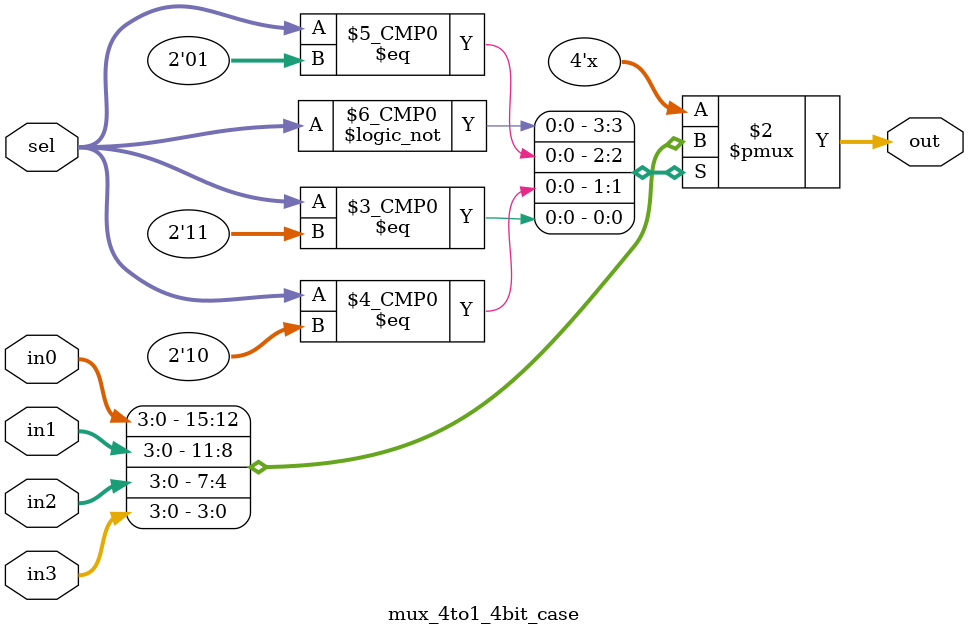
<source format=v>
`timescale 1ns / 1ps

module mux_4to1_4bit_case(
    input [3:0] in0,
    input [3:0] in1,
    input [3:0] in2,
    input [3:0] in3,
    input [1:0] sel,
    output reg [3:0] out
    );
    
    always @(in0 or in1 or in2 or in3 or sel)
    begin
        case(sel)
            0:       out <= in0;
            1:       out <= in1;
            2:       out <= in2;
            3:       out <= in3;
            default: out <= 4'bZZZZ;
        endcase
    end

endmodule

</source>
